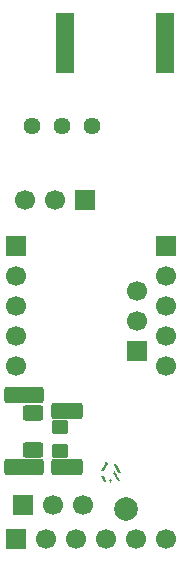
<source format=gbr>
%TF.GenerationSoftware,KiCad,Pcbnew,9.0.2*%
%TF.CreationDate,2025-10-14T11:54:41+02:00*%
%TF.ProjectId,nA_current_shunt_monitor_gum,6e415f63-7572-4726-956e-745f7368756e,rev?*%
%TF.SameCoordinates,Original*%
%TF.FileFunction,Soldermask,Bot*%
%TF.FilePolarity,Negative*%
%FSLAX46Y46*%
G04 Gerber Fmt 4.6, Leading zero omitted, Abs format (unit mm)*
G04 Created by KiCad (PCBNEW 9.0.2) date 2025-10-14 11:54:41*
%MOMM*%
%LPD*%
G01*
G04 APERTURE LIST*
G04 Aperture macros list*
%AMRoundRect*
0 Rectangle with rounded corners*
0 $1 Rounding radius*
0 $2 $3 $4 $5 $6 $7 $8 $9 X,Y pos of 4 corners*
0 Add a 4 corners polygon primitive as box body*
4,1,4,$2,$3,$4,$5,$6,$7,$8,$9,$2,$3,0*
0 Add four circle primitives for the rounded corners*
1,1,$1+$1,$2,$3*
1,1,$1+$1,$4,$5*
1,1,$1+$1,$6,$7*
1,1,$1+$1,$8,$9*
0 Add four rect primitives between the rounded corners*
20,1,$1+$1,$2,$3,$4,$5,0*
20,1,$1+$1,$4,$5,$6,$7,0*
20,1,$1+$1,$6,$7,$8,$9,0*
20,1,$1+$1,$8,$9,$2,$3,0*%
G04 Aperture macros list end*
%ADD10C,0.000000*%
%ADD11R,1.500000X5.080000*%
%ADD12R,1.700000X1.700000*%
%ADD13C,1.700000*%
%ADD14C,1.440000*%
%ADD15C,2.000000*%
%ADD16RoundRect,0.249999X1.425001X-0.450001X1.425001X0.450001X-1.425001X0.450001X-1.425001X-0.450001X0*%
%ADD17RoundRect,0.250000X0.450000X-0.350000X0.450000X0.350000X-0.450000X0.350000X-0.450000X-0.350000X0*%
%ADD18RoundRect,0.249999X1.075001X-0.450001X1.075001X0.450001X-1.075001X0.450001X-1.075001X-0.450001X0*%
%ADD19RoundRect,0.250000X0.625000X-0.400000X0.625000X0.400000X-0.625000X0.400000X-0.625000X-0.400000X0*%
G04 APERTURE END LIST*
D10*
%TO.C,G\u002A\u002A\u002A*%
G36*
X131400334Y-106246613D02*
G01*
X131456347Y-106343931D01*
X131446869Y-106362493D01*
X131444270Y-106367389D01*
X131435368Y-106383462D01*
X131422404Y-106406405D01*
X131406680Y-106433919D01*
X131389501Y-106463705D01*
X131341609Y-106546356D01*
X131327735Y-106520293D01*
X131326841Y-106518627D01*
X131317757Y-106502286D01*
X131304436Y-106478929D01*
X131288526Y-106451423D01*
X131271673Y-106422641D01*
X131266689Y-106414172D01*
X131252041Y-106389148D01*
X131240177Y-106368676D01*
X131232206Y-106354680D01*
X131229239Y-106349086D01*
X131229857Y-106347575D01*
X131235123Y-106337657D01*
X131244882Y-106320146D01*
X131258065Y-106296912D01*
X131273600Y-106269827D01*
X131290418Y-106240761D01*
X131307447Y-106211584D01*
X131323617Y-106184168D01*
X131344321Y-106149294D01*
X131400334Y-106246613D01*
G37*
G36*
X131037274Y-104784402D02*
G01*
X131043448Y-104795101D01*
X131060447Y-104824626D01*
X131075934Y-104851607D01*
X131088407Y-104873431D01*
X131096369Y-104887482D01*
X131110121Y-104912030D01*
X131041181Y-105031493D01*
X131033230Y-105045268D01*
X131010628Y-105084401D01*
X130983995Y-105130486D01*
X130954727Y-105181108D01*
X130924224Y-105233848D01*
X130893882Y-105286289D01*
X130865099Y-105336016D01*
X130757956Y-105521075D01*
X130639450Y-105522031D01*
X130633289Y-105522078D01*
X130597665Y-105522261D01*
X130566810Y-105522268D01*
X130542532Y-105522109D01*
X130526640Y-105521796D01*
X130520940Y-105521338D01*
X130523754Y-105516115D01*
X130532211Y-105501162D01*
X130545927Y-105477153D01*
X130564514Y-105444758D01*
X130587588Y-105404647D01*
X130614760Y-105357492D01*
X130645644Y-105303960D01*
X130679854Y-105244724D01*
X130717004Y-105180452D01*
X130756706Y-105111814D01*
X130798573Y-105039481D01*
X130842221Y-104964123D01*
X130887261Y-104886410D01*
X130991930Y-104705869D01*
X131037274Y-104784402D01*
G37*
G36*
X130757956Y-105940274D02*
G01*
X130868964Y-106133072D01*
X130869989Y-106134852D01*
X130895211Y-106178862D01*
X130918482Y-106219837D01*
X130939124Y-106256552D01*
X130956457Y-106287783D01*
X130969802Y-106312307D01*
X130978479Y-106328901D01*
X130981809Y-106336340D01*
X130979852Y-106343804D01*
X130972678Y-106360080D01*
X130961157Y-106383095D01*
X130946219Y-106410998D01*
X130928792Y-106441938D01*
X130909865Y-106474645D01*
X130892731Y-106503839D01*
X130880221Y-106524462D01*
X130871662Y-106537532D01*
X130866381Y-106544069D01*
X130863706Y-106545090D01*
X130862964Y-106541615D01*
X130862588Y-106540329D01*
X130859332Y-106533483D01*
X130852545Y-106520664D01*
X130841999Y-106501472D01*
X130827465Y-106475508D01*
X130808717Y-106442372D01*
X130785524Y-106401664D01*
X130757660Y-106352985D01*
X130724897Y-106295934D01*
X130687006Y-106230112D01*
X130643759Y-106155119D01*
X130594928Y-106070556D01*
X130540286Y-105976022D01*
X130531144Y-105960057D01*
X130523897Y-105947065D01*
X130521069Y-105941519D01*
X130521223Y-105941441D01*
X130528679Y-105940998D01*
X130546034Y-105940627D01*
X130571484Y-105940347D01*
X130603223Y-105940180D01*
X130639446Y-105940146D01*
X130757956Y-105940274D01*
G37*
G36*
X131701909Y-105549777D02*
G01*
X131710059Y-105560341D01*
X131721573Y-105577555D01*
X131736943Y-105602189D01*
X131756662Y-105635010D01*
X131781221Y-105676787D01*
X131811113Y-105728288D01*
X131826708Y-105755272D01*
X131859758Y-105812452D01*
X131896168Y-105875435D01*
X131934205Y-105941228D01*
X131972138Y-106006835D01*
X132008236Y-106069263D01*
X132040768Y-106125517D01*
X132048732Y-106139293D01*
X132074551Y-106184040D01*
X132098323Y-106225363D01*
X132119383Y-106262103D01*
X132137070Y-106293099D01*
X132150723Y-106317193D01*
X132159678Y-106333224D01*
X132163274Y-106340034D01*
X132162446Y-106342835D01*
X132156444Y-106344971D01*
X132143877Y-106346454D01*
X132123386Y-106347383D01*
X132093613Y-106347854D01*
X132053200Y-106347967D01*
X131940049Y-106347882D01*
X131796037Y-106098106D01*
X131770520Y-106053857D01*
X131740863Y-106002453D01*
X131712561Y-105953422D01*
X131686387Y-105908100D01*
X131663113Y-105867826D01*
X131643513Y-105833937D01*
X131628359Y-105807771D01*
X131618423Y-105790666D01*
X131606758Y-105770318D01*
X131595702Y-105750249D01*
X131588423Y-105736074D01*
X131586099Y-105730003D01*
X131588151Y-105725899D01*
X131595589Y-105712363D01*
X131607002Y-105692232D01*
X131621150Y-105667631D01*
X131636790Y-105640688D01*
X131652682Y-105613529D01*
X131667584Y-105588281D01*
X131680254Y-105567072D01*
X131689451Y-105552027D01*
X131693933Y-105545274D01*
X131696631Y-105545096D01*
X131701909Y-105549777D01*
G37*
G36*
X131814039Y-104914000D02*
G01*
X131905003Y-105071482D01*
X131911484Y-105082700D01*
X131936417Y-105125833D01*
X131965755Y-105176556D01*
X131998256Y-105232725D01*
X132032681Y-105292196D01*
X132067787Y-105352825D01*
X132102335Y-105412468D01*
X132135083Y-105468982D01*
X132159908Y-105511823D01*
X132186921Y-105558464D01*
X132211637Y-105601165D01*
X132233436Y-105638853D01*
X132251697Y-105670454D01*
X132265800Y-105694895D01*
X132275123Y-105711102D01*
X132279047Y-105718002D01*
X132279703Y-105719942D01*
X132278021Y-105722557D01*
X132271560Y-105724379D01*
X132258877Y-105725509D01*
X132238528Y-105726050D01*
X132209068Y-105726103D01*
X132169054Y-105725771D01*
X132054215Y-105724539D01*
X132011720Y-105650765D01*
X131972202Y-105582190D01*
X131922198Y-105495527D01*
X131877774Y-105418679D01*
X131838718Y-105351286D01*
X131804822Y-105292990D01*
X131775875Y-105243435D01*
X131751668Y-105202263D01*
X131731991Y-105169116D01*
X131716635Y-105143635D01*
X131705389Y-105125465D01*
X131698044Y-105114246D01*
X131694390Y-105109621D01*
X131689725Y-105103924D01*
X131679774Y-105089170D01*
X131666013Y-105067380D01*
X131649585Y-105040367D01*
X131631631Y-105009946D01*
X131615713Y-104982536D01*
X131600404Y-104956069D01*
X131588252Y-104934948D01*
X131580222Y-104920847D01*
X131577274Y-104915439D01*
X131577422Y-104915360D01*
X131584846Y-104914911D01*
X131602171Y-104914525D01*
X131627595Y-104914225D01*
X131659316Y-104914032D01*
X131695530Y-104913969D01*
X131814039Y-104914000D01*
G37*
%TD*%
D11*
%TO.C,J1*%
X127475000Y-69325000D03*
X135975000Y-69325000D03*
%TD*%
D12*
%TO.C,CG1*%
X123320000Y-86485000D03*
D13*
X123320000Y-89025000D03*
X123320000Y-91565000D03*
X123320000Y-94105000D03*
X123320000Y-96645000D03*
D12*
X136020000Y-86485000D03*
D13*
X136020000Y-89025000D03*
X136020000Y-91565000D03*
X136020000Y-94105000D03*
X136020000Y-96645000D03*
D12*
X123320000Y-111250000D03*
D13*
X125860000Y-111250000D03*
X128400000Y-111250000D03*
X130940000Y-111250000D03*
X133480000Y-111250000D03*
X136020000Y-111250000D03*
%TD*%
D12*
%TO.C,J2*%
X133560000Y-95410000D03*
D13*
X133560000Y-92870000D03*
X133560000Y-90330000D03*
%TD*%
D14*
%TO.C,RV1*%
X124730000Y-76290000D03*
X127270000Y-76290000D03*
X129810000Y-76290000D03*
%TD*%
D12*
%TO.C,J3*%
X129155000Y-82615000D03*
D13*
X126615000Y-82615000D03*
X124075000Y-82615000D03*
%TD*%
D15*
%TO.C,TP2*%
X132625000Y-108750000D03*
%TD*%
D12*
%TO.C,J7*%
X123920000Y-108400000D03*
D13*
X126460000Y-108400000D03*
X129000000Y-108400000D03*
%TD*%
D16*
%TO.C,R14*%
X124025000Y-105225000D03*
X124025000Y-99125000D03*
%TD*%
D17*
%TO.C,R1*%
X127100000Y-103825000D03*
X127100000Y-101825000D03*
%TD*%
D18*
%TO.C,R11*%
X127625000Y-105225000D03*
X127625000Y-100425000D03*
%TD*%
D19*
%TO.C,R12*%
X124800000Y-103725000D03*
X124800000Y-100625000D03*
%TD*%
M02*

</source>
